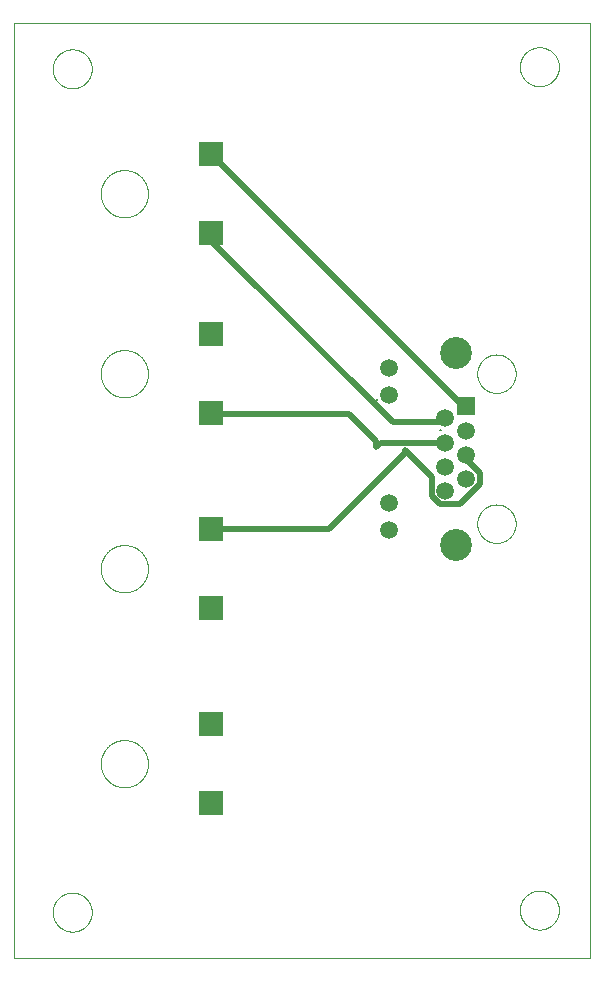
<source format=gtl>
G75*
%MOIN*%
%OFA0B0*%
%FSLAX25Y25*%
%IPPOS*%
%LPD*%
%AMOC8*
5,1,8,0,0,1.08239X$1,22.5*
%
%ADD10C,0.00000*%
%ADD11R,0.05937X0.05937*%
%ADD12C,0.05937*%
%ADD13C,0.10630*%
%ADD14R,0.08268X0.08268*%
%ADD15C,0.00600*%
%ADD16C,0.02000*%
D10*
X0001000Y0001000D02*
X0001000Y0312516D01*
X0192831Y0312516D01*
X0192831Y0001000D01*
X0001000Y0001000D01*
X0013791Y0016157D02*
X0013793Y0016318D01*
X0013799Y0016478D01*
X0013809Y0016639D01*
X0013823Y0016799D01*
X0013841Y0016959D01*
X0013862Y0017118D01*
X0013888Y0017277D01*
X0013918Y0017435D01*
X0013951Y0017592D01*
X0013989Y0017749D01*
X0014030Y0017904D01*
X0014075Y0018058D01*
X0014124Y0018211D01*
X0014177Y0018363D01*
X0014233Y0018514D01*
X0014294Y0018663D01*
X0014357Y0018811D01*
X0014425Y0018957D01*
X0014496Y0019101D01*
X0014570Y0019243D01*
X0014648Y0019384D01*
X0014730Y0019522D01*
X0014815Y0019659D01*
X0014903Y0019793D01*
X0014995Y0019925D01*
X0015090Y0020055D01*
X0015188Y0020183D01*
X0015289Y0020308D01*
X0015393Y0020430D01*
X0015500Y0020550D01*
X0015610Y0020667D01*
X0015723Y0020782D01*
X0015839Y0020893D01*
X0015958Y0021002D01*
X0016079Y0021107D01*
X0016203Y0021210D01*
X0016329Y0021310D01*
X0016457Y0021406D01*
X0016588Y0021499D01*
X0016722Y0021589D01*
X0016857Y0021676D01*
X0016995Y0021759D01*
X0017134Y0021839D01*
X0017276Y0021915D01*
X0017419Y0021988D01*
X0017564Y0022057D01*
X0017711Y0022123D01*
X0017859Y0022185D01*
X0018009Y0022243D01*
X0018160Y0022298D01*
X0018313Y0022349D01*
X0018467Y0022396D01*
X0018622Y0022439D01*
X0018778Y0022478D01*
X0018934Y0022514D01*
X0019092Y0022545D01*
X0019250Y0022573D01*
X0019409Y0022597D01*
X0019569Y0022617D01*
X0019729Y0022633D01*
X0019889Y0022645D01*
X0020050Y0022653D01*
X0020211Y0022657D01*
X0020371Y0022657D01*
X0020532Y0022653D01*
X0020693Y0022645D01*
X0020853Y0022633D01*
X0021013Y0022617D01*
X0021173Y0022597D01*
X0021332Y0022573D01*
X0021490Y0022545D01*
X0021648Y0022514D01*
X0021804Y0022478D01*
X0021960Y0022439D01*
X0022115Y0022396D01*
X0022269Y0022349D01*
X0022422Y0022298D01*
X0022573Y0022243D01*
X0022723Y0022185D01*
X0022871Y0022123D01*
X0023018Y0022057D01*
X0023163Y0021988D01*
X0023306Y0021915D01*
X0023448Y0021839D01*
X0023587Y0021759D01*
X0023725Y0021676D01*
X0023860Y0021589D01*
X0023994Y0021499D01*
X0024125Y0021406D01*
X0024253Y0021310D01*
X0024379Y0021210D01*
X0024503Y0021107D01*
X0024624Y0021002D01*
X0024743Y0020893D01*
X0024859Y0020782D01*
X0024972Y0020667D01*
X0025082Y0020550D01*
X0025189Y0020430D01*
X0025293Y0020308D01*
X0025394Y0020183D01*
X0025492Y0020055D01*
X0025587Y0019925D01*
X0025679Y0019793D01*
X0025767Y0019659D01*
X0025852Y0019522D01*
X0025934Y0019384D01*
X0026012Y0019243D01*
X0026086Y0019101D01*
X0026157Y0018957D01*
X0026225Y0018811D01*
X0026288Y0018663D01*
X0026349Y0018514D01*
X0026405Y0018363D01*
X0026458Y0018211D01*
X0026507Y0018058D01*
X0026552Y0017904D01*
X0026593Y0017749D01*
X0026631Y0017592D01*
X0026664Y0017435D01*
X0026694Y0017277D01*
X0026720Y0017118D01*
X0026741Y0016959D01*
X0026759Y0016799D01*
X0026773Y0016639D01*
X0026783Y0016478D01*
X0026789Y0016318D01*
X0026791Y0016157D01*
X0026789Y0015996D01*
X0026783Y0015836D01*
X0026773Y0015675D01*
X0026759Y0015515D01*
X0026741Y0015355D01*
X0026720Y0015196D01*
X0026694Y0015037D01*
X0026664Y0014879D01*
X0026631Y0014722D01*
X0026593Y0014565D01*
X0026552Y0014410D01*
X0026507Y0014256D01*
X0026458Y0014103D01*
X0026405Y0013951D01*
X0026349Y0013800D01*
X0026288Y0013651D01*
X0026225Y0013503D01*
X0026157Y0013357D01*
X0026086Y0013213D01*
X0026012Y0013071D01*
X0025934Y0012930D01*
X0025852Y0012792D01*
X0025767Y0012655D01*
X0025679Y0012521D01*
X0025587Y0012389D01*
X0025492Y0012259D01*
X0025394Y0012131D01*
X0025293Y0012006D01*
X0025189Y0011884D01*
X0025082Y0011764D01*
X0024972Y0011647D01*
X0024859Y0011532D01*
X0024743Y0011421D01*
X0024624Y0011312D01*
X0024503Y0011207D01*
X0024379Y0011104D01*
X0024253Y0011004D01*
X0024125Y0010908D01*
X0023994Y0010815D01*
X0023860Y0010725D01*
X0023725Y0010638D01*
X0023587Y0010555D01*
X0023448Y0010475D01*
X0023306Y0010399D01*
X0023163Y0010326D01*
X0023018Y0010257D01*
X0022871Y0010191D01*
X0022723Y0010129D01*
X0022573Y0010071D01*
X0022422Y0010016D01*
X0022269Y0009965D01*
X0022115Y0009918D01*
X0021960Y0009875D01*
X0021804Y0009836D01*
X0021648Y0009800D01*
X0021490Y0009769D01*
X0021332Y0009741D01*
X0021173Y0009717D01*
X0021013Y0009697D01*
X0020853Y0009681D01*
X0020693Y0009669D01*
X0020532Y0009661D01*
X0020371Y0009657D01*
X0020211Y0009657D01*
X0020050Y0009661D01*
X0019889Y0009669D01*
X0019729Y0009681D01*
X0019569Y0009697D01*
X0019409Y0009717D01*
X0019250Y0009741D01*
X0019092Y0009769D01*
X0018934Y0009800D01*
X0018778Y0009836D01*
X0018622Y0009875D01*
X0018467Y0009918D01*
X0018313Y0009965D01*
X0018160Y0010016D01*
X0018009Y0010071D01*
X0017859Y0010129D01*
X0017711Y0010191D01*
X0017564Y0010257D01*
X0017419Y0010326D01*
X0017276Y0010399D01*
X0017134Y0010475D01*
X0016995Y0010555D01*
X0016857Y0010638D01*
X0016722Y0010725D01*
X0016588Y0010815D01*
X0016457Y0010908D01*
X0016329Y0011004D01*
X0016203Y0011104D01*
X0016079Y0011207D01*
X0015958Y0011312D01*
X0015839Y0011421D01*
X0015723Y0011532D01*
X0015610Y0011647D01*
X0015500Y0011764D01*
X0015393Y0011884D01*
X0015289Y0012006D01*
X0015188Y0012131D01*
X0015090Y0012259D01*
X0014995Y0012389D01*
X0014903Y0012521D01*
X0014815Y0012655D01*
X0014730Y0012792D01*
X0014648Y0012930D01*
X0014570Y0013071D01*
X0014496Y0013213D01*
X0014425Y0013357D01*
X0014357Y0013503D01*
X0014294Y0013651D01*
X0014233Y0013800D01*
X0014177Y0013951D01*
X0014124Y0014103D01*
X0014075Y0014256D01*
X0014030Y0014410D01*
X0013989Y0014565D01*
X0013951Y0014722D01*
X0013918Y0014879D01*
X0013888Y0015037D01*
X0013862Y0015196D01*
X0013841Y0015355D01*
X0013823Y0015515D01*
X0013809Y0015675D01*
X0013799Y0015836D01*
X0013793Y0015996D01*
X0013791Y0016157D01*
X0029799Y0065646D02*
X0029801Y0065839D01*
X0029808Y0066032D01*
X0029820Y0066225D01*
X0029837Y0066418D01*
X0029858Y0066610D01*
X0029884Y0066801D01*
X0029915Y0066992D01*
X0029950Y0067182D01*
X0029990Y0067371D01*
X0030035Y0067559D01*
X0030084Y0067746D01*
X0030138Y0067932D01*
X0030196Y0068116D01*
X0030259Y0068299D01*
X0030327Y0068480D01*
X0030398Y0068659D01*
X0030475Y0068837D01*
X0030555Y0069013D01*
X0030640Y0069186D01*
X0030729Y0069358D01*
X0030822Y0069527D01*
X0030919Y0069694D01*
X0031021Y0069859D01*
X0031126Y0070021D01*
X0031235Y0070180D01*
X0031349Y0070337D01*
X0031466Y0070490D01*
X0031586Y0070641D01*
X0031711Y0070789D01*
X0031839Y0070934D01*
X0031970Y0071075D01*
X0032105Y0071214D01*
X0032244Y0071349D01*
X0032385Y0071480D01*
X0032530Y0071608D01*
X0032678Y0071733D01*
X0032829Y0071853D01*
X0032982Y0071970D01*
X0033139Y0072084D01*
X0033298Y0072193D01*
X0033460Y0072298D01*
X0033625Y0072400D01*
X0033792Y0072497D01*
X0033961Y0072590D01*
X0034133Y0072679D01*
X0034306Y0072764D01*
X0034482Y0072844D01*
X0034660Y0072921D01*
X0034839Y0072992D01*
X0035020Y0073060D01*
X0035203Y0073123D01*
X0035387Y0073181D01*
X0035573Y0073235D01*
X0035760Y0073284D01*
X0035948Y0073329D01*
X0036137Y0073369D01*
X0036327Y0073404D01*
X0036518Y0073435D01*
X0036709Y0073461D01*
X0036901Y0073482D01*
X0037094Y0073499D01*
X0037287Y0073511D01*
X0037480Y0073518D01*
X0037673Y0073520D01*
X0037866Y0073518D01*
X0038059Y0073511D01*
X0038252Y0073499D01*
X0038445Y0073482D01*
X0038637Y0073461D01*
X0038828Y0073435D01*
X0039019Y0073404D01*
X0039209Y0073369D01*
X0039398Y0073329D01*
X0039586Y0073284D01*
X0039773Y0073235D01*
X0039959Y0073181D01*
X0040143Y0073123D01*
X0040326Y0073060D01*
X0040507Y0072992D01*
X0040686Y0072921D01*
X0040864Y0072844D01*
X0041040Y0072764D01*
X0041213Y0072679D01*
X0041385Y0072590D01*
X0041554Y0072497D01*
X0041721Y0072400D01*
X0041886Y0072298D01*
X0042048Y0072193D01*
X0042207Y0072084D01*
X0042364Y0071970D01*
X0042517Y0071853D01*
X0042668Y0071733D01*
X0042816Y0071608D01*
X0042961Y0071480D01*
X0043102Y0071349D01*
X0043241Y0071214D01*
X0043376Y0071075D01*
X0043507Y0070934D01*
X0043635Y0070789D01*
X0043760Y0070641D01*
X0043880Y0070490D01*
X0043997Y0070337D01*
X0044111Y0070180D01*
X0044220Y0070021D01*
X0044325Y0069859D01*
X0044427Y0069694D01*
X0044524Y0069527D01*
X0044617Y0069358D01*
X0044706Y0069186D01*
X0044791Y0069013D01*
X0044871Y0068837D01*
X0044948Y0068659D01*
X0045019Y0068480D01*
X0045087Y0068299D01*
X0045150Y0068116D01*
X0045208Y0067932D01*
X0045262Y0067746D01*
X0045311Y0067559D01*
X0045356Y0067371D01*
X0045396Y0067182D01*
X0045431Y0066992D01*
X0045462Y0066801D01*
X0045488Y0066610D01*
X0045509Y0066418D01*
X0045526Y0066225D01*
X0045538Y0066032D01*
X0045545Y0065839D01*
X0045547Y0065646D01*
X0045545Y0065453D01*
X0045538Y0065260D01*
X0045526Y0065067D01*
X0045509Y0064874D01*
X0045488Y0064682D01*
X0045462Y0064491D01*
X0045431Y0064300D01*
X0045396Y0064110D01*
X0045356Y0063921D01*
X0045311Y0063733D01*
X0045262Y0063546D01*
X0045208Y0063360D01*
X0045150Y0063176D01*
X0045087Y0062993D01*
X0045019Y0062812D01*
X0044948Y0062633D01*
X0044871Y0062455D01*
X0044791Y0062279D01*
X0044706Y0062106D01*
X0044617Y0061934D01*
X0044524Y0061765D01*
X0044427Y0061598D01*
X0044325Y0061433D01*
X0044220Y0061271D01*
X0044111Y0061112D01*
X0043997Y0060955D01*
X0043880Y0060802D01*
X0043760Y0060651D01*
X0043635Y0060503D01*
X0043507Y0060358D01*
X0043376Y0060217D01*
X0043241Y0060078D01*
X0043102Y0059943D01*
X0042961Y0059812D01*
X0042816Y0059684D01*
X0042668Y0059559D01*
X0042517Y0059439D01*
X0042364Y0059322D01*
X0042207Y0059208D01*
X0042048Y0059099D01*
X0041886Y0058994D01*
X0041721Y0058892D01*
X0041554Y0058795D01*
X0041385Y0058702D01*
X0041213Y0058613D01*
X0041040Y0058528D01*
X0040864Y0058448D01*
X0040686Y0058371D01*
X0040507Y0058300D01*
X0040326Y0058232D01*
X0040143Y0058169D01*
X0039959Y0058111D01*
X0039773Y0058057D01*
X0039586Y0058008D01*
X0039398Y0057963D01*
X0039209Y0057923D01*
X0039019Y0057888D01*
X0038828Y0057857D01*
X0038637Y0057831D01*
X0038445Y0057810D01*
X0038252Y0057793D01*
X0038059Y0057781D01*
X0037866Y0057774D01*
X0037673Y0057772D01*
X0037480Y0057774D01*
X0037287Y0057781D01*
X0037094Y0057793D01*
X0036901Y0057810D01*
X0036709Y0057831D01*
X0036518Y0057857D01*
X0036327Y0057888D01*
X0036137Y0057923D01*
X0035948Y0057963D01*
X0035760Y0058008D01*
X0035573Y0058057D01*
X0035387Y0058111D01*
X0035203Y0058169D01*
X0035020Y0058232D01*
X0034839Y0058300D01*
X0034660Y0058371D01*
X0034482Y0058448D01*
X0034306Y0058528D01*
X0034133Y0058613D01*
X0033961Y0058702D01*
X0033792Y0058795D01*
X0033625Y0058892D01*
X0033460Y0058994D01*
X0033298Y0059099D01*
X0033139Y0059208D01*
X0032982Y0059322D01*
X0032829Y0059439D01*
X0032678Y0059559D01*
X0032530Y0059684D01*
X0032385Y0059812D01*
X0032244Y0059943D01*
X0032105Y0060078D01*
X0031970Y0060217D01*
X0031839Y0060358D01*
X0031711Y0060503D01*
X0031586Y0060651D01*
X0031466Y0060802D01*
X0031349Y0060955D01*
X0031235Y0061112D01*
X0031126Y0061271D01*
X0031021Y0061433D01*
X0030919Y0061598D01*
X0030822Y0061765D01*
X0030729Y0061934D01*
X0030640Y0062106D01*
X0030555Y0062279D01*
X0030475Y0062455D01*
X0030398Y0062633D01*
X0030327Y0062812D01*
X0030259Y0062993D01*
X0030196Y0063176D01*
X0030138Y0063360D01*
X0030084Y0063546D01*
X0030035Y0063733D01*
X0029990Y0063921D01*
X0029950Y0064110D01*
X0029915Y0064300D01*
X0029884Y0064491D01*
X0029858Y0064682D01*
X0029837Y0064874D01*
X0029820Y0065067D01*
X0029808Y0065260D01*
X0029801Y0065453D01*
X0029799Y0065646D01*
X0029799Y0130646D02*
X0029801Y0130839D01*
X0029808Y0131032D01*
X0029820Y0131225D01*
X0029837Y0131418D01*
X0029858Y0131610D01*
X0029884Y0131801D01*
X0029915Y0131992D01*
X0029950Y0132182D01*
X0029990Y0132371D01*
X0030035Y0132559D01*
X0030084Y0132746D01*
X0030138Y0132932D01*
X0030196Y0133116D01*
X0030259Y0133299D01*
X0030327Y0133480D01*
X0030398Y0133659D01*
X0030475Y0133837D01*
X0030555Y0134013D01*
X0030640Y0134186D01*
X0030729Y0134358D01*
X0030822Y0134527D01*
X0030919Y0134694D01*
X0031021Y0134859D01*
X0031126Y0135021D01*
X0031235Y0135180D01*
X0031349Y0135337D01*
X0031466Y0135490D01*
X0031586Y0135641D01*
X0031711Y0135789D01*
X0031839Y0135934D01*
X0031970Y0136075D01*
X0032105Y0136214D01*
X0032244Y0136349D01*
X0032385Y0136480D01*
X0032530Y0136608D01*
X0032678Y0136733D01*
X0032829Y0136853D01*
X0032982Y0136970D01*
X0033139Y0137084D01*
X0033298Y0137193D01*
X0033460Y0137298D01*
X0033625Y0137400D01*
X0033792Y0137497D01*
X0033961Y0137590D01*
X0034133Y0137679D01*
X0034306Y0137764D01*
X0034482Y0137844D01*
X0034660Y0137921D01*
X0034839Y0137992D01*
X0035020Y0138060D01*
X0035203Y0138123D01*
X0035387Y0138181D01*
X0035573Y0138235D01*
X0035760Y0138284D01*
X0035948Y0138329D01*
X0036137Y0138369D01*
X0036327Y0138404D01*
X0036518Y0138435D01*
X0036709Y0138461D01*
X0036901Y0138482D01*
X0037094Y0138499D01*
X0037287Y0138511D01*
X0037480Y0138518D01*
X0037673Y0138520D01*
X0037866Y0138518D01*
X0038059Y0138511D01*
X0038252Y0138499D01*
X0038445Y0138482D01*
X0038637Y0138461D01*
X0038828Y0138435D01*
X0039019Y0138404D01*
X0039209Y0138369D01*
X0039398Y0138329D01*
X0039586Y0138284D01*
X0039773Y0138235D01*
X0039959Y0138181D01*
X0040143Y0138123D01*
X0040326Y0138060D01*
X0040507Y0137992D01*
X0040686Y0137921D01*
X0040864Y0137844D01*
X0041040Y0137764D01*
X0041213Y0137679D01*
X0041385Y0137590D01*
X0041554Y0137497D01*
X0041721Y0137400D01*
X0041886Y0137298D01*
X0042048Y0137193D01*
X0042207Y0137084D01*
X0042364Y0136970D01*
X0042517Y0136853D01*
X0042668Y0136733D01*
X0042816Y0136608D01*
X0042961Y0136480D01*
X0043102Y0136349D01*
X0043241Y0136214D01*
X0043376Y0136075D01*
X0043507Y0135934D01*
X0043635Y0135789D01*
X0043760Y0135641D01*
X0043880Y0135490D01*
X0043997Y0135337D01*
X0044111Y0135180D01*
X0044220Y0135021D01*
X0044325Y0134859D01*
X0044427Y0134694D01*
X0044524Y0134527D01*
X0044617Y0134358D01*
X0044706Y0134186D01*
X0044791Y0134013D01*
X0044871Y0133837D01*
X0044948Y0133659D01*
X0045019Y0133480D01*
X0045087Y0133299D01*
X0045150Y0133116D01*
X0045208Y0132932D01*
X0045262Y0132746D01*
X0045311Y0132559D01*
X0045356Y0132371D01*
X0045396Y0132182D01*
X0045431Y0131992D01*
X0045462Y0131801D01*
X0045488Y0131610D01*
X0045509Y0131418D01*
X0045526Y0131225D01*
X0045538Y0131032D01*
X0045545Y0130839D01*
X0045547Y0130646D01*
X0045545Y0130453D01*
X0045538Y0130260D01*
X0045526Y0130067D01*
X0045509Y0129874D01*
X0045488Y0129682D01*
X0045462Y0129491D01*
X0045431Y0129300D01*
X0045396Y0129110D01*
X0045356Y0128921D01*
X0045311Y0128733D01*
X0045262Y0128546D01*
X0045208Y0128360D01*
X0045150Y0128176D01*
X0045087Y0127993D01*
X0045019Y0127812D01*
X0044948Y0127633D01*
X0044871Y0127455D01*
X0044791Y0127279D01*
X0044706Y0127106D01*
X0044617Y0126934D01*
X0044524Y0126765D01*
X0044427Y0126598D01*
X0044325Y0126433D01*
X0044220Y0126271D01*
X0044111Y0126112D01*
X0043997Y0125955D01*
X0043880Y0125802D01*
X0043760Y0125651D01*
X0043635Y0125503D01*
X0043507Y0125358D01*
X0043376Y0125217D01*
X0043241Y0125078D01*
X0043102Y0124943D01*
X0042961Y0124812D01*
X0042816Y0124684D01*
X0042668Y0124559D01*
X0042517Y0124439D01*
X0042364Y0124322D01*
X0042207Y0124208D01*
X0042048Y0124099D01*
X0041886Y0123994D01*
X0041721Y0123892D01*
X0041554Y0123795D01*
X0041385Y0123702D01*
X0041213Y0123613D01*
X0041040Y0123528D01*
X0040864Y0123448D01*
X0040686Y0123371D01*
X0040507Y0123300D01*
X0040326Y0123232D01*
X0040143Y0123169D01*
X0039959Y0123111D01*
X0039773Y0123057D01*
X0039586Y0123008D01*
X0039398Y0122963D01*
X0039209Y0122923D01*
X0039019Y0122888D01*
X0038828Y0122857D01*
X0038637Y0122831D01*
X0038445Y0122810D01*
X0038252Y0122793D01*
X0038059Y0122781D01*
X0037866Y0122774D01*
X0037673Y0122772D01*
X0037480Y0122774D01*
X0037287Y0122781D01*
X0037094Y0122793D01*
X0036901Y0122810D01*
X0036709Y0122831D01*
X0036518Y0122857D01*
X0036327Y0122888D01*
X0036137Y0122923D01*
X0035948Y0122963D01*
X0035760Y0123008D01*
X0035573Y0123057D01*
X0035387Y0123111D01*
X0035203Y0123169D01*
X0035020Y0123232D01*
X0034839Y0123300D01*
X0034660Y0123371D01*
X0034482Y0123448D01*
X0034306Y0123528D01*
X0034133Y0123613D01*
X0033961Y0123702D01*
X0033792Y0123795D01*
X0033625Y0123892D01*
X0033460Y0123994D01*
X0033298Y0124099D01*
X0033139Y0124208D01*
X0032982Y0124322D01*
X0032829Y0124439D01*
X0032678Y0124559D01*
X0032530Y0124684D01*
X0032385Y0124812D01*
X0032244Y0124943D01*
X0032105Y0125078D01*
X0031970Y0125217D01*
X0031839Y0125358D01*
X0031711Y0125503D01*
X0031586Y0125651D01*
X0031466Y0125802D01*
X0031349Y0125955D01*
X0031235Y0126112D01*
X0031126Y0126271D01*
X0031021Y0126433D01*
X0030919Y0126598D01*
X0030822Y0126765D01*
X0030729Y0126934D01*
X0030640Y0127106D01*
X0030555Y0127279D01*
X0030475Y0127455D01*
X0030398Y0127633D01*
X0030327Y0127812D01*
X0030259Y0127993D01*
X0030196Y0128176D01*
X0030138Y0128360D01*
X0030084Y0128546D01*
X0030035Y0128733D01*
X0029990Y0128921D01*
X0029950Y0129110D01*
X0029915Y0129300D01*
X0029884Y0129491D01*
X0029858Y0129682D01*
X0029837Y0129874D01*
X0029820Y0130067D01*
X0029808Y0130260D01*
X0029801Y0130453D01*
X0029799Y0130646D01*
X0029799Y0195646D02*
X0029801Y0195839D01*
X0029808Y0196032D01*
X0029820Y0196225D01*
X0029837Y0196418D01*
X0029858Y0196610D01*
X0029884Y0196801D01*
X0029915Y0196992D01*
X0029950Y0197182D01*
X0029990Y0197371D01*
X0030035Y0197559D01*
X0030084Y0197746D01*
X0030138Y0197932D01*
X0030196Y0198116D01*
X0030259Y0198299D01*
X0030327Y0198480D01*
X0030398Y0198659D01*
X0030475Y0198837D01*
X0030555Y0199013D01*
X0030640Y0199186D01*
X0030729Y0199358D01*
X0030822Y0199527D01*
X0030919Y0199694D01*
X0031021Y0199859D01*
X0031126Y0200021D01*
X0031235Y0200180D01*
X0031349Y0200337D01*
X0031466Y0200490D01*
X0031586Y0200641D01*
X0031711Y0200789D01*
X0031839Y0200934D01*
X0031970Y0201075D01*
X0032105Y0201214D01*
X0032244Y0201349D01*
X0032385Y0201480D01*
X0032530Y0201608D01*
X0032678Y0201733D01*
X0032829Y0201853D01*
X0032982Y0201970D01*
X0033139Y0202084D01*
X0033298Y0202193D01*
X0033460Y0202298D01*
X0033625Y0202400D01*
X0033792Y0202497D01*
X0033961Y0202590D01*
X0034133Y0202679D01*
X0034306Y0202764D01*
X0034482Y0202844D01*
X0034660Y0202921D01*
X0034839Y0202992D01*
X0035020Y0203060D01*
X0035203Y0203123D01*
X0035387Y0203181D01*
X0035573Y0203235D01*
X0035760Y0203284D01*
X0035948Y0203329D01*
X0036137Y0203369D01*
X0036327Y0203404D01*
X0036518Y0203435D01*
X0036709Y0203461D01*
X0036901Y0203482D01*
X0037094Y0203499D01*
X0037287Y0203511D01*
X0037480Y0203518D01*
X0037673Y0203520D01*
X0037866Y0203518D01*
X0038059Y0203511D01*
X0038252Y0203499D01*
X0038445Y0203482D01*
X0038637Y0203461D01*
X0038828Y0203435D01*
X0039019Y0203404D01*
X0039209Y0203369D01*
X0039398Y0203329D01*
X0039586Y0203284D01*
X0039773Y0203235D01*
X0039959Y0203181D01*
X0040143Y0203123D01*
X0040326Y0203060D01*
X0040507Y0202992D01*
X0040686Y0202921D01*
X0040864Y0202844D01*
X0041040Y0202764D01*
X0041213Y0202679D01*
X0041385Y0202590D01*
X0041554Y0202497D01*
X0041721Y0202400D01*
X0041886Y0202298D01*
X0042048Y0202193D01*
X0042207Y0202084D01*
X0042364Y0201970D01*
X0042517Y0201853D01*
X0042668Y0201733D01*
X0042816Y0201608D01*
X0042961Y0201480D01*
X0043102Y0201349D01*
X0043241Y0201214D01*
X0043376Y0201075D01*
X0043507Y0200934D01*
X0043635Y0200789D01*
X0043760Y0200641D01*
X0043880Y0200490D01*
X0043997Y0200337D01*
X0044111Y0200180D01*
X0044220Y0200021D01*
X0044325Y0199859D01*
X0044427Y0199694D01*
X0044524Y0199527D01*
X0044617Y0199358D01*
X0044706Y0199186D01*
X0044791Y0199013D01*
X0044871Y0198837D01*
X0044948Y0198659D01*
X0045019Y0198480D01*
X0045087Y0198299D01*
X0045150Y0198116D01*
X0045208Y0197932D01*
X0045262Y0197746D01*
X0045311Y0197559D01*
X0045356Y0197371D01*
X0045396Y0197182D01*
X0045431Y0196992D01*
X0045462Y0196801D01*
X0045488Y0196610D01*
X0045509Y0196418D01*
X0045526Y0196225D01*
X0045538Y0196032D01*
X0045545Y0195839D01*
X0045547Y0195646D01*
X0045545Y0195453D01*
X0045538Y0195260D01*
X0045526Y0195067D01*
X0045509Y0194874D01*
X0045488Y0194682D01*
X0045462Y0194491D01*
X0045431Y0194300D01*
X0045396Y0194110D01*
X0045356Y0193921D01*
X0045311Y0193733D01*
X0045262Y0193546D01*
X0045208Y0193360D01*
X0045150Y0193176D01*
X0045087Y0192993D01*
X0045019Y0192812D01*
X0044948Y0192633D01*
X0044871Y0192455D01*
X0044791Y0192279D01*
X0044706Y0192106D01*
X0044617Y0191934D01*
X0044524Y0191765D01*
X0044427Y0191598D01*
X0044325Y0191433D01*
X0044220Y0191271D01*
X0044111Y0191112D01*
X0043997Y0190955D01*
X0043880Y0190802D01*
X0043760Y0190651D01*
X0043635Y0190503D01*
X0043507Y0190358D01*
X0043376Y0190217D01*
X0043241Y0190078D01*
X0043102Y0189943D01*
X0042961Y0189812D01*
X0042816Y0189684D01*
X0042668Y0189559D01*
X0042517Y0189439D01*
X0042364Y0189322D01*
X0042207Y0189208D01*
X0042048Y0189099D01*
X0041886Y0188994D01*
X0041721Y0188892D01*
X0041554Y0188795D01*
X0041385Y0188702D01*
X0041213Y0188613D01*
X0041040Y0188528D01*
X0040864Y0188448D01*
X0040686Y0188371D01*
X0040507Y0188300D01*
X0040326Y0188232D01*
X0040143Y0188169D01*
X0039959Y0188111D01*
X0039773Y0188057D01*
X0039586Y0188008D01*
X0039398Y0187963D01*
X0039209Y0187923D01*
X0039019Y0187888D01*
X0038828Y0187857D01*
X0038637Y0187831D01*
X0038445Y0187810D01*
X0038252Y0187793D01*
X0038059Y0187781D01*
X0037866Y0187774D01*
X0037673Y0187772D01*
X0037480Y0187774D01*
X0037287Y0187781D01*
X0037094Y0187793D01*
X0036901Y0187810D01*
X0036709Y0187831D01*
X0036518Y0187857D01*
X0036327Y0187888D01*
X0036137Y0187923D01*
X0035948Y0187963D01*
X0035760Y0188008D01*
X0035573Y0188057D01*
X0035387Y0188111D01*
X0035203Y0188169D01*
X0035020Y0188232D01*
X0034839Y0188300D01*
X0034660Y0188371D01*
X0034482Y0188448D01*
X0034306Y0188528D01*
X0034133Y0188613D01*
X0033961Y0188702D01*
X0033792Y0188795D01*
X0033625Y0188892D01*
X0033460Y0188994D01*
X0033298Y0189099D01*
X0033139Y0189208D01*
X0032982Y0189322D01*
X0032829Y0189439D01*
X0032678Y0189559D01*
X0032530Y0189684D01*
X0032385Y0189812D01*
X0032244Y0189943D01*
X0032105Y0190078D01*
X0031970Y0190217D01*
X0031839Y0190358D01*
X0031711Y0190503D01*
X0031586Y0190651D01*
X0031466Y0190802D01*
X0031349Y0190955D01*
X0031235Y0191112D01*
X0031126Y0191271D01*
X0031021Y0191433D01*
X0030919Y0191598D01*
X0030822Y0191765D01*
X0030729Y0191934D01*
X0030640Y0192106D01*
X0030555Y0192279D01*
X0030475Y0192455D01*
X0030398Y0192633D01*
X0030327Y0192812D01*
X0030259Y0192993D01*
X0030196Y0193176D01*
X0030138Y0193360D01*
X0030084Y0193546D01*
X0030035Y0193733D01*
X0029990Y0193921D01*
X0029950Y0194110D01*
X0029915Y0194300D01*
X0029884Y0194491D01*
X0029858Y0194682D01*
X0029837Y0194874D01*
X0029820Y0195067D01*
X0029808Y0195260D01*
X0029801Y0195453D01*
X0029799Y0195646D01*
X0029799Y0255646D02*
X0029801Y0255839D01*
X0029808Y0256032D01*
X0029820Y0256225D01*
X0029837Y0256418D01*
X0029858Y0256610D01*
X0029884Y0256801D01*
X0029915Y0256992D01*
X0029950Y0257182D01*
X0029990Y0257371D01*
X0030035Y0257559D01*
X0030084Y0257746D01*
X0030138Y0257932D01*
X0030196Y0258116D01*
X0030259Y0258299D01*
X0030327Y0258480D01*
X0030398Y0258659D01*
X0030475Y0258837D01*
X0030555Y0259013D01*
X0030640Y0259186D01*
X0030729Y0259358D01*
X0030822Y0259527D01*
X0030919Y0259694D01*
X0031021Y0259859D01*
X0031126Y0260021D01*
X0031235Y0260180D01*
X0031349Y0260337D01*
X0031466Y0260490D01*
X0031586Y0260641D01*
X0031711Y0260789D01*
X0031839Y0260934D01*
X0031970Y0261075D01*
X0032105Y0261214D01*
X0032244Y0261349D01*
X0032385Y0261480D01*
X0032530Y0261608D01*
X0032678Y0261733D01*
X0032829Y0261853D01*
X0032982Y0261970D01*
X0033139Y0262084D01*
X0033298Y0262193D01*
X0033460Y0262298D01*
X0033625Y0262400D01*
X0033792Y0262497D01*
X0033961Y0262590D01*
X0034133Y0262679D01*
X0034306Y0262764D01*
X0034482Y0262844D01*
X0034660Y0262921D01*
X0034839Y0262992D01*
X0035020Y0263060D01*
X0035203Y0263123D01*
X0035387Y0263181D01*
X0035573Y0263235D01*
X0035760Y0263284D01*
X0035948Y0263329D01*
X0036137Y0263369D01*
X0036327Y0263404D01*
X0036518Y0263435D01*
X0036709Y0263461D01*
X0036901Y0263482D01*
X0037094Y0263499D01*
X0037287Y0263511D01*
X0037480Y0263518D01*
X0037673Y0263520D01*
X0037866Y0263518D01*
X0038059Y0263511D01*
X0038252Y0263499D01*
X0038445Y0263482D01*
X0038637Y0263461D01*
X0038828Y0263435D01*
X0039019Y0263404D01*
X0039209Y0263369D01*
X0039398Y0263329D01*
X0039586Y0263284D01*
X0039773Y0263235D01*
X0039959Y0263181D01*
X0040143Y0263123D01*
X0040326Y0263060D01*
X0040507Y0262992D01*
X0040686Y0262921D01*
X0040864Y0262844D01*
X0041040Y0262764D01*
X0041213Y0262679D01*
X0041385Y0262590D01*
X0041554Y0262497D01*
X0041721Y0262400D01*
X0041886Y0262298D01*
X0042048Y0262193D01*
X0042207Y0262084D01*
X0042364Y0261970D01*
X0042517Y0261853D01*
X0042668Y0261733D01*
X0042816Y0261608D01*
X0042961Y0261480D01*
X0043102Y0261349D01*
X0043241Y0261214D01*
X0043376Y0261075D01*
X0043507Y0260934D01*
X0043635Y0260789D01*
X0043760Y0260641D01*
X0043880Y0260490D01*
X0043997Y0260337D01*
X0044111Y0260180D01*
X0044220Y0260021D01*
X0044325Y0259859D01*
X0044427Y0259694D01*
X0044524Y0259527D01*
X0044617Y0259358D01*
X0044706Y0259186D01*
X0044791Y0259013D01*
X0044871Y0258837D01*
X0044948Y0258659D01*
X0045019Y0258480D01*
X0045087Y0258299D01*
X0045150Y0258116D01*
X0045208Y0257932D01*
X0045262Y0257746D01*
X0045311Y0257559D01*
X0045356Y0257371D01*
X0045396Y0257182D01*
X0045431Y0256992D01*
X0045462Y0256801D01*
X0045488Y0256610D01*
X0045509Y0256418D01*
X0045526Y0256225D01*
X0045538Y0256032D01*
X0045545Y0255839D01*
X0045547Y0255646D01*
X0045545Y0255453D01*
X0045538Y0255260D01*
X0045526Y0255067D01*
X0045509Y0254874D01*
X0045488Y0254682D01*
X0045462Y0254491D01*
X0045431Y0254300D01*
X0045396Y0254110D01*
X0045356Y0253921D01*
X0045311Y0253733D01*
X0045262Y0253546D01*
X0045208Y0253360D01*
X0045150Y0253176D01*
X0045087Y0252993D01*
X0045019Y0252812D01*
X0044948Y0252633D01*
X0044871Y0252455D01*
X0044791Y0252279D01*
X0044706Y0252106D01*
X0044617Y0251934D01*
X0044524Y0251765D01*
X0044427Y0251598D01*
X0044325Y0251433D01*
X0044220Y0251271D01*
X0044111Y0251112D01*
X0043997Y0250955D01*
X0043880Y0250802D01*
X0043760Y0250651D01*
X0043635Y0250503D01*
X0043507Y0250358D01*
X0043376Y0250217D01*
X0043241Y0250078D01*
X0043102Y0249943D01*
X0042961Y0249812D01*
X0042816Y0249684D01*
X0042668Y0249559D01*
X0042517Y0249439D01*
X0042364Y0249322D01*
X0042207Y0249208D01*
X0042048Y0249099D01*
X0041886Y0248994D01*
X0041721Y0248892D01*
X0041554Y0248795D01*
X0041385Y0248702D01*
X0041213Y0248613D01*
X0041040Y0248528D01*
X0040864Y0248448D01*
X0040686Y0248371D01*
X0040507Y0248300D01*
X0040326Y0248232D01*
X0040143Y0248169D01*
X0039959Y0248111D01*
X0039773Y0248057D01*
X0039586Y0248008D01*
X0039398Y0247963D01*
X0039209Y0247923D01*
X0039019Y0247888D01*
X0038828Y0247857D01*
X0038637Y0247831D01*
X0038445Y0247810D01*
X0038252Y0247793D01*
X0038059Y0247781D01*
X0037866Y0247774D01*
X0037673Y0247772D01*
X0037480Y0247774D01*
X0037287Y0247781D01*
X0037094Y0247793D01*
X0036901Y0247810D01*
X0036709Y0247831D01*
X0036518Y0247857D01*
X0036327Y0247888D01*
X0036137Y0247923D01*
X0035948Y0247963D01*
X0035760Y0248008D01*
X0035573Y0248057D01*
X0035387Y0248111D01*
X0035203Y0248169D01*
X0035020Y0248232D01*
X0034839Y0248300D01*
X0034660Y0248371D01*
X0034482Y0248448D01*
X0034306Y0248528D01*
X0034133Y0248613D01*
X0033961Y0248702D01*
X0033792Y0248795D01*
X0033625Y0248892D01*
X0033460Y0248994D01*
X0033298Y0249099D01*
X0033139Y0249208D01*
X0032982Y0249322D01*
X0032829Y0249439D01*
X0032678Y0249559D01*
X0032530Y0249684D01*
X0032385Y0249812D01*
X0032244Y0249943D01*
X0032105Y0250078D01*
X0031970Y0250217D01*
X0031839Y0250358D01*
X0031711Y0250503D01*
X0031586Y0250651D01*
X0031466Y0250802D01*
X0031349Y0250955D01*
X0031235Y0251112D01*
X0031126Y0251271D01*
X0031021Y0251433D01*
X0030919Y0251598D01*
X0030822Y0251765D01*
X0030729Y0251934D01*
X0030640Y0252106D01*
X0030555Y0252279D01*
X0030475Y0252455D01*
X0030398Y0252633D01*
X0030327Y0252812D01*
X0030259Y0252993D01*
X0030196Y0253176D01*
X0030138Y0253360D01*
X0030084Y0253546D01*
X0030035Y0253733D01*
X0029990Y0253921D01*
X0029950Y0254110D01*
X0029915Y0254300D01*
X0029884Y0254491D01*
X0029858Y0254682D01*
X0029837Y0254874D01*
X0029820Y0255067D01*
X0029808Y0255260D01*
X0029801Y0255453D01*
X0029799Y0255646D01*
X0013791Y0297260D02*
X0013793Y0297421D01*
X0013799Y0297581D01*
X0013809Y0297742D01*
X0013823Y0297902D01*
X0013841Y0298062D01*
X0013862Y0298221D01*
X0013888Y0298380D01*
X0013918Y0298538D01*
X0013951Y0298695D01*
X0013989Y0298852D01*
X0014030Y0299007D01*
X0014075Y0299161D01*
X0014124Y0299314D01*
X0014177Y0299466D01*
X0014233Y0299617D01*
X0014294Y0299766D01*
X0014357Y0299914D01*
X0014425Y0300060D01*
X0014496Y0300204D01*
X0014570Y0300346D01*
X0014648Y0300487D01*
X0014730Y0300625D01*
X0014815Y0300762D01*
X0014903Y0300896D01*
X0014995Y0301028D01*
X0015090Y0301158D01*
X0015188Y0301286D01*
X0015289Y0301411D01*
X0015393Y0301533D01*
X0015500Y0301653D01*
X0015610Y0301770D01*
X0015723Y0301885D01*
X0015839Y0301996D01*
X0015958Y0302105D01*
X0016079Y0302210D01*
X0016203Y0302313D01*
X0016329Y0302413D01*
X0016457Y0302509D01*
X0016588Y0302602D01*
X0016722Y0302692D01*
X0016857Y0302779D01*
X0016995Y0302862D01*
X0017134Y0302942D01*
X0017276Y0303018D01*
X0017419Y0303091D01*
X0017564Y0303160D01*
X0017711Y0303226D01*
X0017859Y0303288D01*
X0018009Y0303346D01*
X0018160Y0303401D01*
X0018313Y0303452D01*
X0018467Y0303499D01*
X0018622Y0303542D01*
X0018778Y0303581D01*
X0018934Y0303617D01*
X0019092Y0303648D01*
X0019250Y0303676D01*
X0019409Y0303700D01*
X0019569Y0303720D01*
X0019729Y0303736D01*
X0019889Y0303748D01*
X0020050Y0303756D01*
X0020211Y0303760D01*
X0020371Y0303760D01*
X0020532Y0303756D01*
X0020693Y0303748D01*
X0020853Y0303736D01*
X0021013Y0303720D01*
X0021173Y0303700D01*
X0021332Y0303676D01*
X0021490Y0303648D01*
X0021648Y0303617D01*
X0021804Y0303581D01*
X0021960Y0303542D01*
X0022115Y0303499D01*
X0022269Y0303452D01*
X0022422Y0303401D01*
X0022573Y0303346D01*
X0022723Y0303288D01*
X0022871Y0303226D01*
X0023018Y0303160D01*
X0023163Y0303091D01*
X0023306Y0303018D01*
X0023448Y0302942D01*
X0023587Y0302862D01*
X0023725Y0302779D01*
X0023860Y0302692D01*
X0023994Y0302602D01*
X0024125Y0302509D01*
X0024253Y0302413D01*
X0024379Y0302313D01*
X0024503Y0302210D01*
X0024624Y0302105D01*
X0024743Y0301996D01*
X0024859Y0301885D01*
X0024972Y0301770D01*
X0025082Y0301653D01*
X0025189Y0301533D01*
X0025293Y0301411D01*
X0025394Y0301286D01*
X0025492Y0301158D01*
X0025587Y0301028D01*
X0025679Y0300896D01*
X0025767Y0300762D01*
X0025852Y0300625D01*
X0025934Y0300487D01*
X0026012Y0300346D01*
X0026086Y0300204D01*
X0026157Y0300060D01*
X0026225Y0299914D01*
X0026288Y0299766D01*
X0026349Y0299617D01*
X0026405Y0299466D01*
X0026458Y0299314D01*
X0026507Y0299161D01*
X0026552Y0299007D01*
X0026593Y0298852D01*
X0026631Y0298695D01*
X0026664Y0298538D01*
X0026694Y0298380D01*
X0026720Y0298221D01*
X0026741Y0298062D01*
X0026759Y0297902D01*
X0026773Y0297742D01*
X0026783Y0297581D01*
X0026789Y0297421D01*
X0026791Y0297260D01*
X0026789Y0297099D01*
X0026783Y0296939D01*
X0026773Y0296778D01*
X0026759Y0296618D01*
X0026741Y0296458D01*
X0026720Y0296299D01*
X0026694Y0296140D01*
X0026664Y0295982D01*
X0026631Y0295825D01*
X0026593Y0295668D01*
X0026552Y0295513D01*
X0026507Y0295359D01*
X0026458Y0295206D01*
X0026405Y0295054D01*
X0026349Y0294903D01*
X0026288Y0294754D01*
X0026225Y0294606D01*
X0026157Y0294460D01*
X0026086Y0294316D01*
X0026012Y0294174D01*
X0025934Y0294033D01*
X0025852Y0293895D01*
X0025767Y0293758D01*
X0025679Y0293624D01*
X0025587Y0293492D01*
X0025492Y0293362D01*
X0025394Y0293234D01*
X0025293Y0293109D01*
X0025189Y0292987D01*
X0025082Y0292867D01*
X0024972Y0292750D01*
X0024859Y0292635D01*
X0024743Y0292524D01*
X0024624Y0292415D01*
X0024503Y0292310D01*
X0024379Y0292207D01*
X0024253Y0292107D01*
X0024125Y0292011D01*
X0023994Y0291918D01*
X0023860Y0291828D01*
X0023725Y0291741D01*
X0023587Y0291658D01*
X0023448Y0291578D01*
X0023306Y0291502D01*
X0023163Y0291429D01*
X0023018Y0291360D01*
X0022871Y0291294D01*
X0022723Y0291232D01*
X0022573Y0291174D01*
X0022422Y0291119D01*
X0022269Y0291068D01*
X0022115Y0291021D01*
X0021960Y0290978D01*
X0021804Y0290939D01*
X0021648Y0290903D01*
X0021490Y0290872D01*
X0021332Y0290844D01*
X0021173Y0290820D01*
X0021013Y0290800D01*
X0020853Y0290784D01*
X0020693Y0290772D01*
X0020532Y0290764D01*
X0020371Y0290760D01*
X0020211Y0290760D01*
X0020050Y0290764D01*
X0019889Y0290772D01*
X0019729Y0290784D01*
X0019569Y0290800D01*
X0019409Y0290820D01*
X0019250Y0290844D01*
X0019092Y0290872D01*
X0018934Y0290903D01*
X0018778Y0290939D01*
X0018622Y0290978D01*
X0018467Y0291021D01*
X0018313Y0291068D01*
X0018160Y0291119D01*
X0018009Y0291174D01*
X0017859Y0291232D01*
X0017711Y0291294D01*
X0017564Y0291360D01*
X0017419Y0291429D01*
X0017276Y0291502D01*
X0017134Y0291578D01*
X0016995Y0291658D01*
X0016857Y0291741D01*
X0016722Y0291828D01*
X0016588Y0291918D01*
X0016457Y0292011D01*
X0016329Y0292107D01*
X0016203Y0292207D01*
X0016079Y0292310D01*
X0015958Y0292415D01*
X0015839Y0292524D01*
X0015723Y0292635D01*
X0015610Y0292750D01*
X0015500Y0292867D01*
X0015393Y0292987D01*
X0015289Y0293109D01*
X0015188Y0293234D01*
X0015090Y0293362D01*
X0014995Y0293492D01*
X0014903Y0293624D01*
X0014815Y0293758D01*
X0014730Y0293895D01*
X0014648Y0294033D01*
X0014570Y0294174D01*
X0014496Y0294316D01*
X0014425Y0294460D01*
X0014357Y0294606D01*
X0014294Y0294754D01*
X0014233Y0294903D01*
X0014177Y0295054D01*
X0014124Y0295206D01*
X0014075Y0295359D01*
X0014030Y0295513D01*
X0013989Y0295668D01*
X0013951Y0295825D01*
X0013918Y0295982D01*
X0013888Y0296140D01*
X0013862Y0296299D01*
X0013841Y0296458D01*
X0013823Y0296618D01*
X0013809Y0296778D01*
X0013799Y0296939D01*
X0013793Y0297099D01*
X0013791Y0297260D01*
X0155291Y0195646D02*
X0155293Y0195806D01*
X0155299Y0195965D01*
X0155309Y0196124D01*
X0155323Y0196283D01*
X0155341Y0196442D01*
X0155362Y0196600D01*
X0155388Y0196757D01*
X0155418Y0196914D01*
X0155451Y0197070D01*
X0155489Y0197225D01*
X0155530Y0197379D01*
X0155575Y0197532D01*
X0155624Y0197684D01*
X0155677Y0197834D01*
X0155733Y0197983D01*
X0155793Y0198131D01*
X0155857Y0198277D01*
X0155925Y0198422D01*
X0155996Y0198565D01*
X0156070Y0198706D01*
X0156148Y0198845D01*
X0156230Y0198982D01*
X0156315Y0199117D01*
X0156403Y0199250D01*
X0156494Y0199381D01*
X0156589Y0199509D01*
X0156687Y0199635D01*
X0156788Y0199759D01*
X0156892Y0199879D01*
X0156999Y0199998D01*
X0157109Y0200113D01*
X0157222Y0200226D01*
X0157337Y0200336D01*
X0157456Y0200443D01*
X0157576Y0200547D01*
X0157700Y0200648D01*
X0157826Y0200746D01*
X0157954Y0200841D01*
X0158085Y0200932D01*
X0158218Y0201020D01*
X0158353Y0201105D01*
X0158490Y0201187D01*
X0158629Y0201265D01*
X0158770Y0201339D01*
X0158913Y0201410D01*
X0159058Y0201478D01*
X0159204Y0201542D01*
X0159352Y0201602D01*
X0159501Y0201658D01*
X0159651Y0201711D01*
X0159803Y0201760D01*
X0159956Y0201805D01*
X0160110Y0201846D01*
X0160265Y0201884D01*
X0160421Y0201917D01*
X0160578Y0201947D01*
X0160735Y0201973D01*
X0160893Y0201994D01*
X0161052Y0202012D01*
X0161211Y0202026D01*
X0161370Y0202036D01*
X0161529Y0202042D01*
X0161689Y0202044D01*
X0161849Y0202042D01*
X0162008Y0202036D01*
X0162167Y0202026D01*
X0162326Y0202012D01*
X0162485Y0201994D01*
X0162643Y0201973D01*
X0162800Y0201947D01*
X0162957Y0201917D01*
X0163113Y0201884D01*
X0163268Y0201846D01*
X0163422Y0201805D01*
X0163575Y0201760D01*
X0163727Y0201711D01*
X0163877Y0201658D01*
X0164026Y0201602D01*
X0164174Y0201542D01*
X0164320Y0201478D01*
X0164465Y0201410D01*
X0164608Y0201339D01*
X0164749Y0201265D01*
X0164888Y0201187D01*
X0165025Y0201105D01*
X0165160Y0201020D01*
X0165293Y0200932D01*
X0165424Y0200841D01*
X0165552Y0200746D01*
X0165678Y0200648D01*
X0165802Y0200547D01*
X0165922Y0200443D01*
X0166041Y0200336D01*
X0166156Y0200226D01*
X0166269Y0200113D01*
X0166379Y0199998D01*
X0166486Y0199879D01*
X0166590Y0199759D01*
X0166691Y0199635D01*
X0166789Y0199509D01*
X0166884Y0199381D01*
X0166975Y0199250D01*
X0167063Y0199117D01*
X0167148Y0198982D01*
X0167230Y0198845D01*
X0167308Y0198706D01*
X0167382Y0198565D01*
X0167453Y0198422D01*
X0167521Y0198277D01*
X0167585Y0198131D01*
X0167645Y0197983D01*
X0167701Y0197834D01*
X0167754Y0197684D01*
X0167803Y0197532D01*
X0167848Y0197379D01*
X0167889Y0197225D01*
X0167927Y0197070D01*
X0167960Y0196914D01*
X0167990Y0196757D01*
X0168016Y0196600D01*
X0168037Y0196442D01*
X0168055Y0196283D01*
X0168069Y0196124D01*
X0168079Y0195965D01*
X0168085Y0195806D01*
X0168087Y0195646D01*
X0168085Y0195486D01*
X0168079Y0195327D01*
X0168069Y0195168D01*
X0168055Y0195009D01*
X0168037Y0194850D01*
X0168016Y0194692D01*
X0167990Y0194535D01*
X0167960Y0194378D01*
X0167927Y0194222D01*
X0167889Y0194067D01*
X0167848Y0193913D01*
X0167803Y0193760D01*
X0167754Y0193608D01*
X0167701Y0193458D01*
X0167645Y0193309D01*
X0167585Y0193161D01*
X0167521Y0193015D01*
X0167453Y0192870D01*
X0167382Y0192727D01*
X0167308Y0192586D01*
X0167230Y0192447D01*
X0167148Y0192310D01*
X0167063Y0192175D01*
X0166975Y0192042D01*
X0166884Y0191911D01*
X0166789Y0191783D01*
X0166691Y0191657D01*
X0166590Y0191533D01*
X0166486Y0191413D01*
X0166379Y0191294D01*
X0166269Y0191179D01*
X0166156Y0191066D01*
X0166041Y0190956D01*
X0165922Y0190849D01*
X0165802Y0190745D01*
X0165678Y0190644D01*
X0165552Y0190546D01*
X0165424Y0190451D01*
X0165293Y0190360D01*
X0165160Y0190272D01*
X0165025Y0190187D01*
X0164888Y0190105D01*
X0164749Y0190027D01*
X0164608Y0189953D01*
X0164465Y0189882D01*
X0164320Y0189814D01*
X0164174Y0189750D01*
X0164026Y0189690D01*
X0163877Y0189634D01*
X0163727Y0189581D01*
X0163575Y0189532D01*
X0163422Y0189487D01*
X0163268Y0189446D01*
X0163113Y0189408D01*
X0162957Y0189375D01*
X0162800Y0189345D01*
X0162643Y0189319D01*
X0162485Y0189298D01*
X0162326Y0189280D01*
X0162167Y0189266D01*
X0162008Y0189256D01*
X0161849Y0189250D01*
X0161689Y0189248D01*
X0161529Y0189250D01*
X0161370Y0189256D01*
X0161211Y0189266D01*
X0161052Y0189280D01*
X0160893Y0189298D01*
X0160735Y0189319D01*
X0160578Y0189345D01*
X0160421Y0189375D01*
X0160265Y0189408D01*
X0160110Y0189446D01*
X0159956Y0189487D01*
X0159803Y0189532D01*
X0159651Y0189581D01*
X0159501Y0189634D01*
X0159352Y0189690D01*
X0159204Y0189750D01*
X0159058Y0189814D01*
X0158913Y0189882D01*
X0158770Y0189953D01*
X0158629Y0190027D01*
X0158490Y0190105D01*
X0158353Y0190187D01*
X0158218Y0190272D01*
X0158085Y0190360D01*
X0157954Y0190451D01*
X0157826Y0190546D01*
X0157700Y0190644D01*
X0157576Y0190745D01*
X0157456Y0190849D01*
X0157337Y0190956D01*
X0157222Y0191066D01*
X0157109Y0191179D01*
X0156999Y0191294D01*
X0156892Y0191413D01*
X0156788Y0191533D01*
X0156687Y0191657D01*
X0156589Y0191783D01*
X0156494Y0191911D01*
X0156403Y0192042D01*
X0156315Y0192175D01*
X0156230Y0192310D01*
X0156148Y0192447D01*
X0156070Y0192586D01*
X0155996Y0192727D01*
X0155925Y0192870D01*
X0155857Y0193015D01*
X0155793Y0193161D01*
X0155733Y0193309D01*
X0155677Y0193458D01*
X0155624Y0193608D01*
X0155575Y0193760D01*
X0155530Y0193913D01*
X0155489Y0194067D01*
X0155451Y0194222D01*
X0155418Y0194378D01*
X0155388Y0194535D01*
X0155362Y0194692D01*
X0155341Y0194850D01*
X0155323Y0195009D01*
X0155309Y0195168D01*
X0155299Y0195327D01*
X0155293Y0195486D01*
X0155291Y0195646D01*
X0155291Y0145646D02*
X0155293Y0145806D01*
X0155299Y0145965D01*
X0155309Y0146124D01*
X0155323Y0146283D01*
X0155341Y0146442D01*
X0155362Y0146600D01*
X0155388Y0146757D01*
X0155418Y0146914D01*
X0155451Y0147070D01*
X0155489Y0147225D01*
X0155530Y0147379D01*
X0155575Y0147532D01*
X0155624Y0147684D01*
X0155677Y0147834D01*
X0155733Y0147983D01*
X0155793Y0148131D01*
X0155857Y0148277D01*
X0155925Y0148422D01*
X0155996Y0148565D01*
X0156070Y0148706D01*
X0156148Y0148845D01*
X0156230Y0148982D01*
X0156315Y0149117D01*
X0156403Y0149250D01*
X0156494Y0149381D01*
X0156589Y0149509D01*
X0156687Y0149635D01*
X0156788Y0149759D01*
X0156892Y0149879D01*
X0156999Y0149998D01*
X0157109Y0150113D01*
X0157222Y0150226D01*
X0157337Y0150336D01*
X0157456Y0150443D01*
X0157576Y0150547D01*
X0157700Y0150648D01*
X0157826Y0150746D01*
X0157954Y0150841D01*
X0158085Y0150932D01*
X0158218Y0151020D01*
X0158353Y0151105D01*
X0158490Y0151187D01*
X0158629Y0151265D01*
X0158770Y0151339D01*
X0158913Y0151410D01*
X0159058Y0151478D01*
X0159204Y0151542D01*
X0159352Y0151602D01*
X0159501Y0151658D01*
X0159651Y0151711D01*
X0159803Y0151760D01*
X0159956Y0151805D01*
X0160110Y0151846D01*
X0160265Y0151884D01*
X0160421Y0151917D01*
X0160578Y0151947D01*
X0160735Y0151973D01*
X0160893Y0151994D01*
X0161052Y0152012D01*
X0161211Y0152026D01*
X0161370Y0152036D01*
X0161529Y0152042D01*
X0161689Y0152044D01*
X0161849Y0152042D01*
X0162008Y0152036D01*
X0162167Y0152026D01*
X0162326Y0152012D01*
X0162485Y0151994D01*
X0162643Y0151973D01*
X0162800Y0151947D01*
X0162957Y0151917D01*
X0163113Y0151884D01*
X0163268Y0151846D01*
X0163422Y0151805D01*
X0163575Y0151760D01*
X0163727Y0151711D01*
X0163877Y0151658D01*
X0164026Y0151602D01*
X0164174Y0151542D01*
X0164320Y0151478D01*
X0164465Y0151410D01*
X0164608Y0151339D01*
X0164749Y0151265D01*
X0164888Y0151187D01*
X0165025Y0151105D01*
X0165160Y0151020D01*
X0165293Y0150932D01*
X0165424Y0150841D01*
X0165552Y0150746D01*
X0165678Y0150648D01*
X0165802Y0150547D01*
X0165922Y0150443D01*
X0166041Y0150336D01*
X0166156Y0150226D01*
X0166269Y0150113D01*
X0166379Y0149998D01*
X0166486Y0149879D01*
X0166590Y0149759D01*
X0166691Y0149635D01*
X0166789Y0149509D01*
X0166884Y0149381D01*
X0166975Y0149250D01*
X0167063Y0149117D01*
X0167148Y0148982D01*
X0167230Y0148845D01*
X0167308Y0148706D01*
X0167382Y0148565D01*
X0167453Y0148422D01*
X0167521Y0148277D01*
X0167585Y0148131D01*
X0167645Y0147983D01*
X0167701Y0147834D01*
X0167754Y0147684D01*
X0167803Y0147532D01*
X0167848Y0147379D01*
X0167889Y0147225D01*
X0167927Y0147070D01*
X0167960Y0146914D01*
X0167990Y0146757D01*
X0168016Y0146600D01*
X0168037Y0146442D01*
X0168055Y0146283D01*
X0168069Y0146124D01*
X0168079Y0145965D01*
X0168085Y0145806D01*
X0168087Y0145646D01*
X0168085Y0145486D01*
X0168079Y0145327D01*
X0168069Y0145168D01*
X0168055Y0145009D01*
X0168037Y0144850D01*
X0168016Y0144692D01*
X0167990Y0144535D01*
X0167960Y0144378D01*
X0167927Y0144222D01*
X0167889Y0144067D01*
X0167848Y0143913D01*
X0167803Y0143760D01*
X0167754Y0143608D01*
X0167701Y0143458D01*
X0167645Y0143309D01*
X0167585Y0143161D01*
X0167521Y0143015D01*
X0167453Y0142870D01*
X0167382Y0142727D01*
X0167308Y0142586D01*
X0167230Y0142447D01*
X0167148Y0142310D01*
X0167063Y0142175D01*
X0166975Y0142042D01*
X0166884Y0141911D01*
X0166789Y0141783D01*
X0166691Y0141657D01*
X0166590Y0141533D01*
X0166486Y0141413D01*
X0166379Y0141294D01*
X0166269Y0141179D01*
X0166156Y0141066D01*
X0166041Y0140956D01*
X0165922Y0140849D01*
X0165802Y0140745D01*
X0165678Y0140644D01*
X0165552Y0140546D01*
X0165424Y0140451D01*
X0165293Y0140360D01*
X0165160Y0140272D01*
X0165025Y0140187D01*
X0164888Y0140105D01*
X0164749Y0140027D01*
X0164608Y0139953D01*
X0164465Y0139882D01*
X0164320Y0139814D01*
X0164174Y0139750D01*
X0164026Y0139690D01*
X0163877Y0139634D01*
X0163727Y0139581D01*
X0163575Y0139532D01*
X0163422Y0139487D01*
X0163268Y0139446D01*
X0163113Y0139408D01*
X0162957Y0139375D01*
X0162800Y0139345D01*
X0162643Y0139319D01*
X0162485Y0139298D01*
X0162326Y0139280D01*
X0162167Y0139266D01*
X0162008Y0139256D01*
X0161849Y0139250D01*
X0161689Y0139248D01*
X0161529Y0139250D01*
X0161370Y0139256D01*
X0161211Y0139266D01*
X0161052Y0139280D01*
X0160893Y0139298D01*
X0160735Y0139319D01*
X0160578Y0139345D01*
X0160421Y0139375D01*
X0160265Y0139408D01*
X0160110Y0139446D01*
X0159956Y0139487D01*
X0159803Y0139532D01*
X0159651Y0139581D01*
X0159501Y0139634D01*
X0159352Y0139690D01*
X0159204Y0139750D01*
X0159058Y0139814D01*
X0158913Y0139882D01*
X0158770Y0139953D01*
X0158629Y0140027D01*
X0158490Y0140105D01*
X0158353Y0140187D01*
X0158218Y0140272D01*
X0158085Y0140360D01*
X0157954Y0140451D01*
X0157826Y0140546D01*
X0157700Y0140644D01*
X0157576Y0140745D01*
X0157456Y0140849D01*
X0157337Y0140956D01*
X0157222Y0141066D01*
X0157109Y0141179D01*
X0156999Y0141294D01*
X0156892Y0141413D01*
X0156788Y0141533D01*
X0156687Y0141657D01*
X0156589Y0141783D01*
X0156494Y0141911D01*
X0156403Y0142042D01*
X0156315Y0142175D01*
X0156230Y0142310D01*
X0156148Y0142447D01*
X0156070Y0142586D01*
X0155996Y0142727D01*
X0155925Y0142870D01*
X0155857Y0143015D01*
X0155793Y0143161D01*
X0155733Y0143309D01*
X0155677Y0143458D01*
X0155624Y0143608D01*
X0155575Y0143760D01*
X0155530Y0143913D01*
X0155489Y0144067D01*
X0155451Y0144222D01*
X0155418Y0144378D01*
X0155388Y0144535D01*
X0155362Y0144692D01*
X0155341Y0144850D01*
X0155323Y0145009D01*
X0155309Y0145168D01*
X0155299Y0145327D01*
X0155293Y0145486D01*
X0155291Y0145646D01*
X0169500Y0016846D02*
X0169502Y0017007D01*
X0169508Y0017167D01*
X0169518Y0017328D01*
X0169532Y0017488D01*
X0169550Y0017648D01*
X0169571Y0017807D01*
X0169597Y0017966D01*
X0169627Y0018124D01*
X0169660Y0018281D01*
X0169698Y0018438D01*
X0169739Y0018593D01*
X0169784Y0018747D01*
X0169833Y0018900D01*
X0169886Y0019052D01*
X0169942Y0019203D01*
X0170003Y0019352D01*
X0170066Y0019500D01*
X0170134Y0019646D01*
X0170205Y0019790D01*
X0170279Y0019932D01*
X0170357Y0020073D01*
X0170439Y0020211D01*
X0170524Y0020348D01*
X0170612Y0020482D01*
X0170704Y0020614D01*
X0170799Y0020744D01*
X0170897Y0020872D01*
X0170998Y0020997D01*
X0171102Y0021119D01*
X0171209Y0021239D01*
X0171319Y0021356D01*
X0171432Y0021471D01*
X0171548Y0021582D01*
X0171667Y0021691D01*
X0171788Y0021796D01*
X0171912Y0021899D01*
X0172038Y0021999D01*
X0172166Y0022095D01*
X0172297Y0022188D01*
X0172431Y0022278D01*
X0172566Y0022365D01*
X0172704Y0022448D01*
X0172843Y0022528D01*
X0172985Y0022604D01*
X0173128Y0022677D01*
X0173273Y0022746D01*
X0173420Y0022812D01*
X0173568Y0022874D01*
X0173718Y0022932D01*
X0173869Y0022987D01*
X0174022Y0023038D01*
X0174176Y0023085D01*
X0174331Y0023128D01*
X0174487Y0023167D01*
X0174643Y0023203D01*
X0174801Y0023234D01*
X0174959Y0023262D01*
X0175118Y0023286D01*
X0175278Y0023306D01*
X0175438Y0023322D01*
X0175598Y0023334D01*
X0175759Y0023342D01*
X0175920Y0023346D01*
X0176080Y0023346D01*
X0176241Y0023342D01*
X0176402Y0023334D01*
X0176562Y0023322D01*
X0176722Y0023306D01*
X0176882Y0023286D01*
X0177041Y0023262D01*
X0177199Y0023234D01*
X0177357Y0023203D01*
X0177513Y0023167D01*
X0177669Y0023128D01*
X0177824Y0023085D01*
X0177978Y0023038D01*
X0178131Y0022987D01*
X0178282Y0022932D01*
X0178432Y0022874D01*
X0178580Y0022812D01*
X0178727Y0022746D01*
X0178872Y0022677D01*
X0179015Y0022604D01*
X0179157Y0022528D01*
X0179296Y0022448D01*
X0179434Y0022365D01*
X0179569Y0022278D01*
X0179703Y0022188D01*
X0179834Y0022095D01*
X0179962Y0021999D01*
X0180088Y0021899D01*
X0180212Y0021796D01*
X0180333Y0021691D01*
X0180452Y0021582D01*
X0180568Y0021471D01*
X0180681Y0021356D01*
X0180791Y0021239D01*
X0180898Y0021119D01*
X0181002Y0020997D01*
X0181103Y0020872D01*
X0181201Y0020744D01*
X0181296Y0020614D01*
X0181388Y0020482D01*
X0181476Y0020348D01*
X0181561Y0020211D01*
X0181643Y0020073D01*
X0181721Y0019932D01*
X0181795Y0019790D01*
X0181866Y0019646D01*
X0181934Y0019500D01*
X0181997Y0019352D01*
X0182058Y0019203D01*
X0182114Y0019052D01*
X0182167Y0018900D01*
X0182216Y0018747D01*
X0182261Y0018593D01*
X0182302Y0018438D01*
X0182340Y0018281D01*
X0182373Y0018124D01*
X0182403Y0017966D01*
X0182429Y0017807D01*
X0182450Y0017648D01*
X0182468Y0017488D01*
X0182482Y0017328D01*
X0182492Y0017167D01*
X0182498Y0017007D01*
X0182500Y0016846D01*
X0182498Y0016685D01*
X0182492Y0016525D01*
X0182482Y0016364D01*
X0182468Y0016204D01*
X0182450Y0016044D01*
X0182429Y0015885D01*
X0182403Y0015726D01*
X0182373Y0015568D01*
X0182340Y0015411D01*
X0182302Y0015254D01*
X0182261Y0015099D01*
X0182216Y0014945D01*
X0182167Y0014792D01*
X0182114Y0014640D01*
X0182058Y0014489D01*
X0181997Y0014340D01*
X0181934Y0014192D01*
X0181866Y0014046D01*
X0181795Y0013902D01*
X0181721Y0013760D01*
X0181643Y0013619D01*
X0181561Y0013481D01*
X0181476Y0013344D01*
X0181388Y0013210D01*
X0181296Y0013078D01*
X0181201Y0012948D01*
X0181103Y0012820D01*
X0181002Y0012695D01*
X0180898Y0012573D01*
X0180791Y0012453D01*
X0180681Y0012336D01*
X0180568Y0012221D01*
X0180452Y0012110D01*
X0180333Y0012001D01*
X0180212Y0011896D01*
X0180088Y0011793D01*
X0179962Y0011693D01*
X0179834Y0011597D01*
X0179703Y0011504D01*
X0179569Y0011414D01*
X0179434Y0011327D01*
X0179296Y0011244D01*
X0179157Y0011164D01*
X0179015Y0011088D01*
X0178872Y0011015D01*
X0178727Y0010946D01*
X0178580Y0010880D01*
X0178432Y0010818D01*
X0178282Y0010760D01*
X0178131Y0010705D01*
X0177978Y0010654D01*
X0177824Y0010607D01*
X0177669Y0010564D01*
X0177513Y0010525D01*
X0177357Y0010489D01*
X0177199Y0010458D01*
X0177041Y0010430D01*
X0176882Y0010406D01*
X0176722Y0010386D01*
X0176562Y0010370D01*
X0176402Y0010358D01*
X0176241Y0010350D01*
X0176080Y0010346D01*
X0175920Y0010346D01*
X0175759Y0010350D01*
X0175598Y0010358D01*
X0175438Y0010370D01*
X0175278Y0010386D01*
X0175118Y0010406D01*
X0174959Y0010430D01*
X0174801Y0010458D01*
X0174643Y0010489D01*
X0174487Y0010525D01*
X0174331Y0010564D01*
X0174176Y0010607D01*
X0174022Y0010654D01*
X0173869Y0010705D01*
X0173718Y0010760D01*
X0173568Y0010818D01*
X0173420Y0010880D01*
X0173273Y0010946D01*
X0173128Y0011015D01*
X0172985Y0011088D01*
X0172843Y0011164D01*
X0172704Y0011244D01*
X0172566Y0011327D01*
X0172431Y0011414D01*
X0172297Y0011504D01*
X0172166Y0011597D01*
X0172038Y0011693D01*
X0171912Y0011793D01*
X0171788Y0011896D01*
X0171667Y0012001D01*
X0171548Y0012110D01*
X0171432Y0012221D01*
X0171319Y0012336D01*
X0171209Y0012453D01*
X0171102Y0012573D01*
X0170998Y0012695D01*
X0170897Y0012820D01*
X0170799Y0012948D01*
X0170704Y0013078D01*
X0170612Y0013210D01*
X0170524Y0013344D01*
X0170439Y0013481D01*
X0170357Y0013619D01*
X0170279Y0013760D01*
X0170205Y0013902D01*
X0170134Y0014046D01*
X0170066Y0014192D01*
X0170003Y0014340D01*
X0169942Y0014489D01*
X0169886Y0014640D01*
X0169833Y0014792D01*
X0169784Y0014945D01*
X0169739Y0015099D01*
X0169698Y0015254D01*
X0169660Y0015411D01*
X0169627Y0015568D01*
X0169597Y0015726D01*
X0169571Y0015885D01*
X0169550Y0016044D01*
X0169532Y0016204D01*
X0169518Y0016364D01*
X0169508Y0016525D01*
X0169502Y0016685D01*
X0169500Y0016846D01*
X0169500Y0297949D02*
X0169502Y0298110D01*
X0169508Y0298270D01*
X0169518Y0298431D01*
X0169532Y0298591D01*
X0169550Y0298751D01*
X0169571Y0298910D01*
X0169597Y0299069D01*
X0169627Y0299227D01*
X0169660Y0299384D01*
X0169698Y0299541D01*
X0169739Y0299696D01*
X0169784Y0299850D01*
X0169833Y0300003D01*
X0169886Y0300155D01*
X0169942Y0300306D01*
X0170003Y0300455D01*
X0170066Y0300603D01*
X0170134Y0300749D01*
X0170205Y0300893D01*
X0170279Y0301035D01*
X0170357Y0301176D01*
X0170439Y0301314D01*
X0170524Y0301451D01*
X0170612Y0301585D01*
X0170704Y0301717D01*
X0170799Y0301847D01*
X0170897Y0301975D01*
X0170998Y0302100D01*
X0171102Y0302222D01*
X0171209Y0302342D01*
X0171319Y0302459D01*
X0171432Y0302574D01*
X0171548Y0302685D01*
X0171667Y0302794D01*
X0171788Y0302899D01*
X0171912Y0303002D01*
X0172038Y0303102D01*
X0172166Y0303198D01*
X0172297Y0303291D01*
X0172431Y0303381D01*
X0172566Y0303468D01*
X0172704Y0303551D01*
X0172843Y0303631D01*
X0172985Y0303707D01*
X0173128Y0303780D01*
X0173273Y0303849D01*
X0173420Y0303915D01*
X0173568Y0303977D01*
X0173718Y0304035D01*
X0173869Y0304090D01*
X0174022Y0304141D01*
X0174176Y0304188D01*
X0174331Y0304231D01*
X0174487Y0304270D01*
X0174643Y0304306D01*
X0174801Y0304337D01*
X0174959Y0304365D01*
X0175118Y0304389D01*
X0175278Y0304409D01*
X0175438Y0304425D01*
X0175598Y0304437D01*
X0175759Y0304445D01*
X0175920Y0304449D01*
X0176080Y0304449D01*
X0176241Y0304445D01*
X0176402Y0304437D01*
X0176562Y0304425D01*
X0176722Y0304409D01*
X0176882Y0304389D01*
X0177041Y0304365D01*
X0177199Y0304337D01*
X0177357Y0304306D01*
X0177513Y0304270D01*
X0177669Y0304231D01*
X0177824Y0304188D01*
X0177978Y0304141D01*
X0178131Y0304090D01*
X0178282Y0304035D01*
X0178432Y0303977D01*
X0178580Y0303915D01*
X0178727Y0303849D01*
X0178872Y0303780D01*
X0179015Y0303707D01*
X0179157Y0303631D01*
X0179296Y0303551D01*
X0179434Y0303468D01*
X0179569Y0303381D01*
X0179703Y0303291D01*
X0179834Y0303198D01*
X0179962Y0303102D01*
X0180088Y0303002D01*
X0180212Y0302899D01*
X0180333Y0302794D01*
X0180452Y0302685D01*
X0180568Y0302574D01*
X0180681Y0302459D01*
X0180791Y0302342D01*
X0180898Y0302222D01*
X0181002Y0302100D01*
X0181103Y0301975D01*
X0181201Y0301847D01*
X0181296Y0301717D01*
X0181388Y0301585D01*
X0181476Y0301451D01*
X0181561Y0301314D01*
X0181643Y0301176D01*
X0181721Y0301035D01*
X0181795Y0300893D01*
X0181866Y0300749D01*
X0181934Y0300603D01*
X0181997Y0300455D01*
X0182058Y0300306D01*
X0182114Y0300155D01*
X0182167Y0300003D01*
X0182216Y0299850D01*
X0182261Y0299696D01*
X0182302Y0299541D01*
X0182340Y0299384D01*
X0182373Y0299227D01*
X0182403Y0299069D01*
X0182429Y0298910D01*
X0182450Y0298751D01*
X0182468Y0298591D01*
X0182482Y0298431D01*
X0182492Y0298270D01*
X0182498Y0298110D01*
X0182500Y0297949D01*
X0182498Y0297788D01*
X0182492Y0297628D01*
X0182482Y0297467D01*
X0182468Y0297307D01*
X0182450Y0297147D01*
X0182429Y0296988D01*
X0182403Y0296829D01*
X0182373Y0296671D01*
X0182340Y0296514D01*
X0182302Y0296357D01*
X0182261Y0296202D01*
X0182216Y0296048D01*
X0182167Y0295895D01*
X0182114Y0295743D01*
X0182058Y0295592D01*
X0181997Y0295443D01*
X0181934Y0295295D01*
X0181866Y0295149D01*
X0181795Y0295005D01*
X0181721Y0294863D01*
X0181643Y0294722D01*
X0181561Y0294584D01*
X0181476Y0294447D01*
X0181388Y0294313D01*
X0181296Y0294181D01*
X0181201Y0294051D01*
X0181103Y0293923D01*
X0181002Y0293798D01*
X0180898Y0293676D01*
X0180791Y0293556D01*
X0180681Y0293439D01*
X0180568Y0293324D01*
X0180452Y0293213D01*
X0180333Y0293104D01*
X0180212Y0292999D01*
X0180088Y0292896D01*
X0179962Y0292796D01*
X0179834Y0292700D01*
X0179703Y0292607D01*
X0179569Y0292517D01*
X0179434Y0292430D01*
X0179296Y0292347D01*
X0179157Y0292267D01*
X0179015Y0292191D01*
X0178872Y0292118D01*
X0178727Y0292049D01*
X0178580Y0291983D01*
X0178432Y0291921D01*
X0178282Y0291863D01*
X0178131Y0291808D01*
X0177978Y0291757D01*
X0177824Y0291710D01*
X0177669Y0291667D01*
X0177513Y0291628D01*
X0177357Y0291592D01*
X0177199Y0291561D01*
X0177041Y0291533D01*
X0176882Y0291509D01*
X0176722Y0291489D01*
X0176562Y0291473D01*
X0176402Y0291461D01*
X0176241Y0291453D01*
X0176080Y0291449D01*
X0175920Y0291449D01*
X0175759Y0291453D01*
X0175598Y0291461D01*
X0175438Y0291473D01*
X0175278Y0291489D01*
X0175118Y0291509D01*
X0174959Y0291533D01*
X0174801Y0291561D01*
X0174643Y0291592D01*
X0174487Y0291628D01*
X0174331Y0291667D01*
X0174176Y0291710D01*
X0174022Y0291757D01*
X0173869Y0291808D01*
X0173718Y0291863D01*
X0173568Y0291921D01*
X0173420Y0291983D01*
X0173273Y0292049D01*
X0173128Y0292118D01*
X0172985Y0292191D01*
X0172843Y0292267D01*
X0172704Y0292347D01*
X0172566Y0292430D01*
X0172431Y0292517D01*
X0172297Y0292607D01*
X0172166Y0292700D01*
X0172038Y0292796D01*
X0171912Y0292896D01*
X0171788Y0292999D01*
X0171667Y0293104D01*
X0171548Y0293213D01*
X0171432Y0293324D01*
X0171319Y0293439D01*
X0171209Y0293556D01*
X0171102Y0293676D01*
X0170998Y0293798D01*
X0170897Y0293923D01*
X0170799Y0294051D01*
X0170704Y0294181D01*
X0170612Y0294313D01*
X0170524Y0294447D01*
X0170439Y0294584D01*
X0170357Y0294722D01*
X0170279Y0294863D01*
X0170205Y0295005D01*
X0170134Y0295149D01*
X0170066Y0295295D01*
X0170003Y0295443D01*
X0169942Y0295592D01*
X0169886Y0295743D01*
X0169833Y0295895D01*
X0169784Y0296048D01*
X0169739Y0296202D01*
X0169698Y0296357D01*
X0169660Y0296514D01*
X0169627Y0296671D01*
X0169597Y0296829D01*
X0169571Y0296988D01*
X0169550Y0297147D01*
X0169532Y0297307D01*
X0169518Y0297467D01*
X0169508Y0297628D01*
X0169502Y0297788D01*
X0169500Y0297949D01*
D11*
X0151689Y0184740D03*
D12*
X0151689Y0176709D03*
X0151689Y0168677D03*
X0151689Y0160646D03*
X0144681Y0164661D03*
X0144681Y0156630D03*
X0144681Y0172693D03*
X0144681Y0180724D03*
X0125705Y0188638D03*
X0125705Y0197654D03*
X0125705Y0152654D03*
X0125705Y0143638D03*
D13*
X0148185Y0138638D03*
X0148185Y0202654D03*
D14*
X0066571Y0208795D03*
X0066571Y0182496D03*
X0066571Y0143795D03*
X0066571Y0117496D03*
X0066571Y0078795D03*
X0066571Y0052496D03*
X0066571Y0242496D03*
X0066571Y0268795D03*
D15*
X0121836Y0187231D02*
X0121836Y0187035D01*
X0142950Y0176984D02*
X0143079Y0176856D01*
X0150626Y0184740D02*
X0151689Y0184740D01*
X0151542Y0176856D02*
X0151689Y0176709D01*
X0151689Y0168677D02*
X0153224Y0167142D01*
X0153756Y0167142D01*
X0152280Y0168618D01*
X0144681Y0164661D02*
X0144661Y0164681D01*
D16*
X0140113Y0161197D02*
X0140113Y0154738D01*
X0142789Y0152061D01*
X0149566Y0152061D01*
X0156257Y0158753D01*
X0156257Y0162538D01*
X0152280Y0166516D01*
X0152280Y0168618D01*
X0144681Y0172693D02*
X0123087Y0172693D01*
X0121571Y0171177D01*
X0121571Y0173244D01*
X0112614Y0182201D01*
X0066866Y0182201D01*
X0066571Y0182496D01*
X0066571Y0143795D02*
X0105902Y0143795D01*
X0131217Y0169110D01*
X0131217Y0170093D01*
X0140113Y0161197D01*
X0143402Y0179445D02*
X0144681Y0180724D01*
X0143402Y0179445D02*
X0127083Y0179445D01*
X0066571Y0239957D01*
X0066571Y0242496D01*
X0066571Y0268795D02*
X0150626Y0184740D01*
X0151689Y0184740D01*
M02*

</source>
